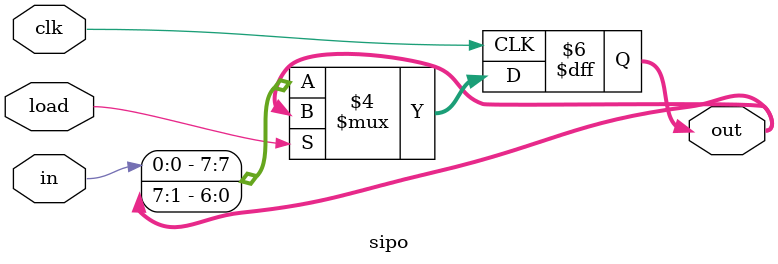
<source format=v>
/*Helper Module
				*/
`timescale 1ns / 1ps
module sipo(
    input clk,
	 input load,
    input in,
    output [7:0] out
    );

	reg [7:0] out;
	always @(posedge clk)	//if load=0, right shift, else do nothing
	begin
		if(load == 0)
			out={in,out[7:1]};
	end
	
endmodule 

</source>
